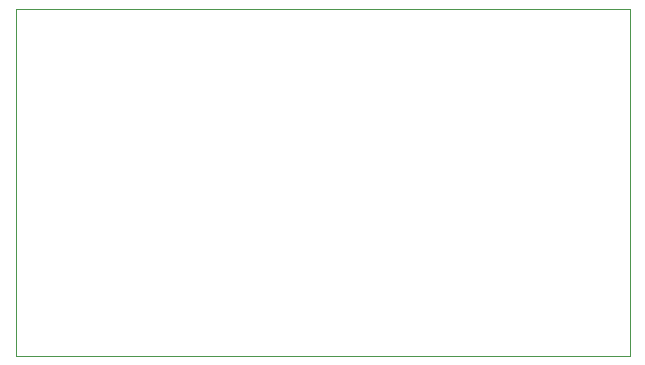
<source format=gbr>
%TF.GenerationSoftware,KiCad,Pcbnew,9.0.2-9.0.2-0~ubuntu22.04.1*%
%TF.CreationDate,2025-07-24T10:37:48-04:00*%
%TF.ProjectId,jarvis,6a617276-6973-42e6-9b69-6361645f7063,rev?*%
%TF.SameCoordinates,Original*%
%TF.FileFunction,Profile,NP*%
%FSLAX46Y46*%
G04 Gerber Fmt 4.6, Leading zero omitted, Abs format (unit mm)*
G04 Created by KiCad (PCBNEW 9.0.2-9.0.2-0~ubuntu22.04.1) date 2025-07-24 10:37:48*
%MOMM*%
%LPD*%
G01*
G04 APERTURE LIST*
%TA.AperFunction,Profile*%
%ADD10C,0.050000*%
%TD*%
G04 APERTURE END LIST*
D10*
X132895000Y-100695000D02*
X184890000Y-100695000D01*
X184890000Y-130065000D01*
X132895000Y-130065000D01*
X132895000Y-100695000D01*
M02*

</source>
